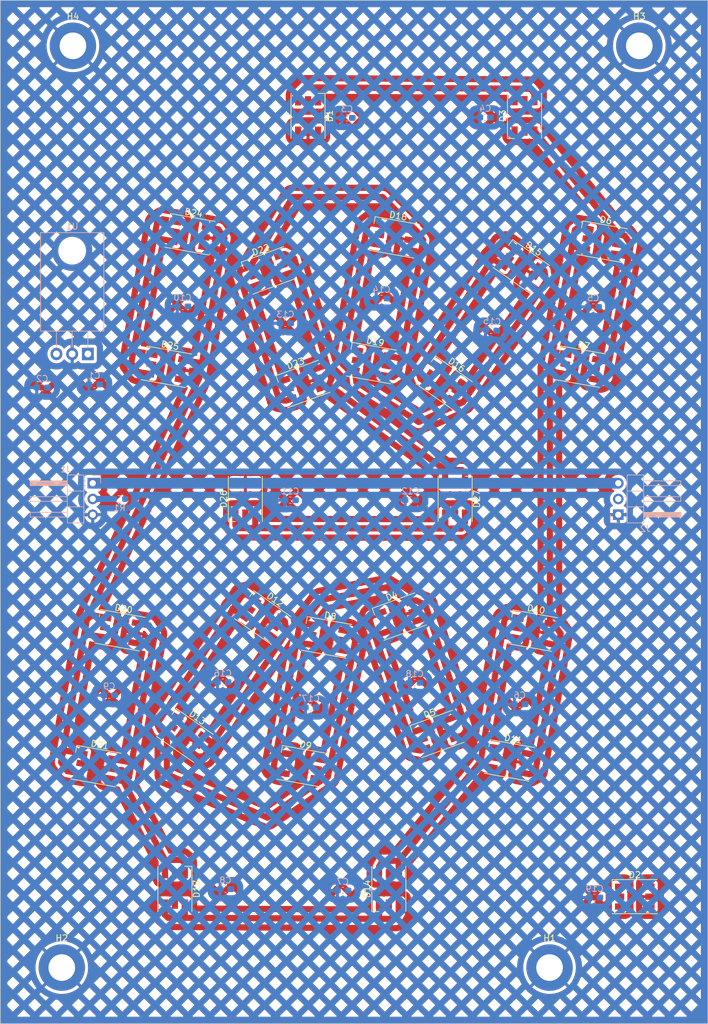
<source format=kicad_pcb>
(kicad_pcb (version 20221018) (generator pcbnew)
  (layers (0 "F.Cu" signal) (31 "B.Cu" signal) (34 "B.Paste" user) (35 "F.Paste" user) (36 "B.SilkS" user "B.Silkscreen") (37 "F.SilkS" user "F.Silkscreen") (38 "B.Mask" user) (39 "F.Mask" user) (44 "Edge.Cuts" user))
  (net 0 "")
  (net 1 "/V5_0")
  (net 2 "/GND")
  (net 3 "/VIN_12V")
  (net 4 "/A1-A2")
  (net 5 "/DATA_IN")
  (net 6 "/DATA_OUT")
  (net 7 "/M-DP")
  (net 8 "/A2-B")
  (net 9 "/L-M")
  (net 10 "/B-C")
  (net 11 "/K-L")
  (net 12 "/C-D2")
  (net 13 "/J-K")
  (net 14 "/D2-D1")
  (net 15 "/I-J")
  (net 16 "/D1-E")
  (net 17 "/H-I")
  (net 18 "/E-F")
  (net 19 "/G2-H")
  (net 20 "/F-G1")
  (net 21 "/G1-G2")
  (net 22 "Net-(J1-Pin_2)")
  (footprint "LED_SMD:LED_WS2812_PLCC6_5.0x5.0mm_P1.6mm" (layer "F.Cu") (at 69.534861 66.154845 -10)
    (fp_text reference "D24")
    (fp_text value "WS2813B")
  )
  (footprint "LED_SMD:LED_WS2812_PLCC6_5.0x5.0mm_P1.6mm" (layer "F.Cu") (at 103.375 127.830968 20)
    (fp_text reference "D4")
    (fp_text value "WS2813B")
  )
  (footprint "LED_SMD:LED_WS2812_PLCC6_5.0x5.0mm_P1.6mm" (layer "F.Cu") (at 88.628886 47.071 -90)
    (fp_text reference "D1")
    (fp_text value "WS2813B")
  )
  (footprint "LED_SMD:LED_WS2812_PLCC6_5.0x5.0mm_P1.6mm" (layer "F.Cu") (at 109.475 146.75991 20)
    (fp_text reference "D5")
    (fp_text value "WS2813B")
  )
  (footprint "MountingHole:MountingHole_4.3mm_M4_DIN965_Pad" (layer "F.Cu") (at 142.15 35.75)
    (fp_text reference "H3")
    (fp_text value "M4")
  )
  (footprint "LED_SMD:LED_WS2812_PLCC6_5.0x5.0mm_P1.6mm" (layer "F.Cu") (at 110.625 90.109158 -35)
    (fp_text reference "D16")
    (fp_text value "WS2813B")
  )
  (footprint "LED_SMD:LED_WS2812_PLCC6_5.0x5.0mm_P1.6mm" (layer "F.Cu") (at 82.203972 71.97928 20)
    (fp_text reference "D22")
    (fp_text value "WS2813B")
  )
  (footprint "LED_SMD:LED_WS2812_PLCC6_5.0x5.0mm_P1.6mm" (layer "F.Cu") (at 81.3 127.993265 -35)
    (fp_text reference "D12")
    (fp_text value "WS2813B")
  )
  (footprint "LED_SMD:LED_WS2812_PLCC6_5.0x5.0mm_P1.6mm" (layer "F.Cu") (at 136.139556 67.337261 -10)
    (fp_text reference "D6")
    (fp_text value "WS2813B")
  )
  (footprint "LED_SMD:LED_WS2812_PLCC6_5.0x5.0mm_P1.6mm" (layer "F.Cu") (at 101.687935 171.763 90)
    (fp_text reference "D14")
    (fp_text value "WS2813B")
  )
  (footprint "LED_SMD:LED_WS2812_PLCC6_5.0x5.0mm_P1.6mm" (layer "F.Cu") (at 124.873223 130.094625 -10)
    (fp_text reference "D10")
    (fp_text value "WS2813B")
  )
  (footprint "MountingHole:MountingHole_4.3mm_M4_DIN965_Pad" (layer "F.Cu") (at 48.85 184.45)
    (fp_text reference "H2")
    (fp_text value "M4")
  )
  (footprint "MountingHole:MountingHole_4.3mm_M4_DIN965_Pad" (layer "F.Cu") (at 50.65 35.75)
    (fp_text reference "H4")
    (fp_text value "M4")
  )
  (footprint "LED_SMD:LED_WS2812_PLCC6_5.0x5.0mm_P1.6mm" (layer "F.Cu") (at 65.734861 87.53591 -10)
    (fp_text reference "D25")
    (fp_text value "WS2813B")
  )
  (footprint "LED_SMD:LED_WS2812_PLCC6_5.0x5.0mm_P1.6mm" (layer "F.Cu") (at 87.625 151.975786 -10)
    (fp_text reference "D9")
    (fp_text value "WS2813B")
  )
  (footprint "LED_SMD:LED_WS2812_PLCC6_5.0x5.0mm_P1.6mm" (layer "F.Cu") (at 68.75 147 -35)
    (fp_text reference "D13")
    (fp_text value "WS2813B")
  )
  (footprint "LED_SMD:LED_WS2812_PLCC6_5.0x5.0mm_P1.6mm" (layer "F.Cu") (at 98.891429 86.933986 -10)
    (fp_text reference "D19")
    (fp_text value "WS2813B")
  )
  (footprint "LED_SMD:LED_WS2812_PLCC6_5.0x5.0mm_P1.6mm" (layer "F.Cu") (at 54.384861 151.944662 -10)
    (fp_text reference "D21")
    (fp_text value "WS2813B")
  )
  (footprint "LED_SMD:LED_WS2812_PLCC6_5.0x5.0mm_P1.6mm" (layer "F.Cu") (at 132.589556 87.515856 -10)
    (fp_text reference "D7")
    (fp_text value "WS2813B")
  )
  (footprint "LED_SMD:LED_WS2812_PLCC6_5.0x5.0mm_P1.6mm" (layer "F.Cu") (at 112.394121 108.844 -90)
    (fp_text reference "D27")
    (fp_text value "WS2813B")
  )
  (footprint "LED_SMD:LED_WS2812_PLCC6_5.0x5.0mm_P1.6mm" (layer "F.Cu") (at 123.59819 47.05 90)
    (fp_text reference "D3")
    (fp_text value "WS2813B")
  )
  (footprint "MountingHole:MountingHole_4.3mm_M4_DIN965_Pad" (layer "F.Cu") (at 127.65 184.45)
    (fp_text reference "H1")
    (fp_text value "M4")
  )
  (footprint "LED_SMD:LED_WS2812_PLCC6_5.0x5.0mm_P1.6mm" (layer "F.Cu") (at 78.503621 108.844 90)
    (fp_text reference "D26")
    (fp_text value "WS2813B")
  )
  (footprint "LED_SMD:LED_WS2812_PLCC6_5.0x5.0mm_P1.6mm" (layer "F.Cu") (at 121.173223 151.027038 -10)
    (fp_text reference "D11")
    (fp_text value "WS2813B")
  )
  (footprint "LED_SMD:LED_WS2812_PLCC6_5.0x5.0mm_P1.6mm" (layer "F.Cu") (at 87.820722 90.295146 20)
    (fp_text reference "D23")
    (fp_text value "WS2813B")
  )
  (footprint "LED_SMD:LED_WS2812_PLCC6_5.0x5.0mm_P1.6mm" (layer "F.Cu") (at 141.419 173.005)
    (fp_text reference "D2")
    (fp_text value "WS2813B")
  )
  (footprint "LED_SMD:LED_WS2812_PLCC6_5.0x5.0mm_P1.6mm" (layer "F.Cu") (at 67.123165 171.763 -90)
    (fp_text reference "D17")
    (fp_text value "WS2813B")
  )
  (footprint "LED_SMD:LED_WS2812_PLCC6_5.0x5.0mm_P1.6mm" (layer "F.Cu") (at 123.096922 71.348836 -35)
    (fp_text reference "D15")
    (fp_text value "WS2813B")
  )
  (footprint "LED_SMD:LED_WS2812_PLCC6_5.0x5.0mm_P1.6mm" (layer "F.Cu") (at 91.625 131.174021 -10)
    (fp_text reference "D8")
    (fp_text value "WS2813B")
  )
  (footprint "LED_SMD:LED_WS2812_PLCC6_5.0x5.0mm_P1.6mm" (layer "F.Cu") (at 58.234861 130.022508 -10)
    (fp_text reference "D20")
    (fp_text value "WS2813B")
  )
  (footprint "LED_SMD:LED_WS2812_PLCC6_5.0x5.0mm_P1.6mm" (layer "F.Cu") (at 102.591429 66.645871 -10)
    (fp_text reference "D18")
    (fp_text value "WS2813B")
  )
  (footprint "Package_TO_SOT_THT:TO-220-3_Horizontal_TabDown" (layer "B.Cu") (at 53.065 85.46 180)
    (fp_text reference "U1")
    (fp_text value "L78S05CV")
  )
  (footprint "Connector_PinHeader_2.54mm:PinHeader_1x03_P2.54mm_Horizontal" (layer "B.Cu") (at 138.75 111.390001)
    (fp_text reference "J2")
    (fp_text value "Output")
  )
  (footprint "Capacitor_SMD:C_0603_1608Metric_Pad1.08x0.95mm_HandSolder" (layer "B.Cu") (at 45.675 90.875 180)
    (fp_text reference "C2")
    (fp_text value "10uF")
  )
  (footprint "Capacitor_SMD:C_0603_1608Metric_Pad1.08x0.95mm_HandSolder" (layer "B.Cu") (at 117.25 47.3 180)
    (fp_text reference "C4")
    (fp_text value "1uF")
  )
  (footprint "Capacitor_SMD:C_0603_1608Metric_Pad1.08x0.95mm_HandSolder" (layer "B.Cu") (at 118.234218 81.625172 175)
    (fp_text reference "C15")
    (fp_text value "1uF")
  )
  (footprint "Resistor_SMD:R_0603_1608Metric_Pad0.98x0.95mm_HandSolder" (layer "B.Cu") (at 58.175 108.85)
    (fp_text reference "R1")
    (fp_text value "220Ω")
  )
  (footprint "Capacitor_SMD:C_0603_1608Metric_Pad1.08x0.95mm_HandSolder" (layer "B.Cu") (at 100.5 76.5 180)
    (fp_text reference "C14")
    (fp_text value "1uF")
  )
  (footprint "Capacitor_SMD:C_0603_1608Metric_Pad1.08x0.95mm_HandSolder" (layer "B.Cu") (at 105.8625 138.5 180)
    (fp_text reference "C18")
    (fp_text value "1uF")
  )
  (footprint "Capacitor_SMD:C_0603_1608Metric_Pad1.08x0.95mm_HandSolder" (layer "B.Cu") (at 122.8375 141.95 180)
    (fp_text reference "C6")
    (fp_text value "1uF")
  )
  (footprint "Capacitor_SMD:C_0603_1608Metric_Pad1.08x0.95mm_HandSolder" (layer "B.Cu") (at 85.75 109.05 180)
    (fp_text reference "C11")
    (fp_text value "1uF")
  )
  (footprint "Capacitor_SMD:C_0603_1608Metric_Pad1.08x0.95mm_HandSolder" (layer "B.Cu") (at 134.925 173.15 180)
    (fp_text reference "C19")
    (fp_text value "1uF")
  )
  (footprint "Capacitor_SMD:C_0603_1608Metric_Pad1.08x0.95mm_HandSolder" (layer "B.Cu") (at 68.3625 77.8 180)
    (fp_text reference "C10")
    (fp_text value "1uF")
  )
  (footprint "Capacitor_SMD:C_0603_1608Metric_Pad1.08x0.95mm_HandSolder" (layer "B.Cu") (at 105.175 109.025 180)
    (fp_text reference "C12")
    (fp_text value "1uF")
  )
  (footprint "Capacitor_SMD:C_0603_1608Metric_Pad1.08x0.95mm_HandSolder" (layer "B.Cu") (at 84.975 80.5 180)
    (fp_text reference "C13")
    (fp_text value "1uF")
  )
  (footprint "Capacitor_SMD:C_0603_1608Metric_Pad1.08x0.95mm_HandSolder" (layer "B.Cu") (at 74.8625 138.4 180)
    (fp_text reference "C16")
    (fp_text value "1uF")
  )
  (footprint "Capacitor_SMD:C_0603_1608Metric_Pad1.08x0.95mm_HandSolder" (layer "B.Cu") (at 134.7125 77.875 180)
    (fp_text reference "C5")
    (fp_text value "1uF")
  )
  (footprint "Capacitor_SMD:C_0603_1608Metric_Pad1.08x0.95mm_HandSolder" (layer "B.Cu") (at 94.2375 172.025 180)
    (fp_text reference "C7")
    (fp_text value "1uF")
  )
  (footprint "Connector_PinHeader_2.54mm:PinHeader_1x03_P2.54mm_Horizontal" (layer "B.Cu") (at 53.85 106.31 180)
    (fp_text reference "J1")
    (fp_text value "Input")
  )
  (footprint "Capacitor_SMD:C_0603_1608Metric_Pad1.08x0.95mm_HandSolder" (layer "B.Cu") (at 56.5125 140.5 180)
    (fp_text reference "C9")
    (fp_text value "1uF")
  )
  (footprint "Capacitor_SMD:C_0603_1608Metric_Pad1.08x0.95mm_HandSolder" (layer "B.Cu") (at 75.2875 171.8 180)
    (fp_text reference "C8")
    (fp_text value "1uF")
  )
  (footprint "Capacitor_SMD:C_0603_1608Metric_Pad1.08x0.95mm_HandSolder" (layer "B.Cu") (at 94.925 47.375 180)
    (fp_text reference "C3")
    (fp_text value "1uF")
  )
  (footprint "Capacitor_SMD:C_0603_1608Metric_Pad1.08x0.95mm_HandSolder" (layer "B.Cu") (at 89.0625 142.475 180)
    (fp_text reference "C17")
    (fp_text value "1uF")
  )
  (footprint "Capacitor_SMD:C_0603_1608Metric_Pad1.08x0.95mm_HandSolder" (layer "B.Cu") (at 54.1125 90.375 180)
    (fp_text reference "C1")
    (fp_text value "10uF")
  )
  (gr_rect (start 38.919 193.505) (end 153.219 28.405) (stroke (width 0.1)) (fill none) (layer "Edge.Cuts"))
  (segment (start 138.75 106.310001) (end 53.850001 106.310001) (width 1.75) (layer "B.Cu") (net 3))
  (segment (start 53.850001 106.310001) (end 53.85 106.31) (width 1.5) (layer "B.Cu") (net 3))
  (segment (start 122.017915 44.811197) (end 122.043933 42.857416) (width 1) (layer "F.Cu") (net 4))
  (segment (start 90.207096 44.664668) (end 90.242903 42.535318) (width 1) (layer "F.Cu") (net 4))
  (segment (start 87.042904 43.685328) (end 88.271906 42.456312) (width 1) (layer "F.Cu") (net 4))
  (segment (start 125.221376 43.500214) (end 125.2 44.85) (width 1) (layer "F.Cu") (net 4))
  (segment (start 88.271906 42.456312) (end 124.580122 42.674288) (width 1) (layer "F.Cu") (net 4))
  (segment (start 87.007095 44.664672) (end 87.042904 43.685328) (width 1) (layer "F.Cu") (net 4))
  (segment (start 124.580122 42.674288) (end 125.221376 43.500214) (width 1) (layer "F.Cu") (net 4))
  (segment (start 107.925 149.025) (end 106.746296 149.43505) (width 1) (layer "F.Cu") (net 7))
  (segment (start 101.575644 130.195927) (end 99.492826 130.950979) (width 1) (layer "F.Cu") (net 7))
  (segment (start 98.849375 127.771771) (end 100.700625 127.078229) (width 1) (layer "F.Cu") (net 7))
  (segment (start 105.674465 149.243003) (end 98.58556 128.414833) (width 1) (layer "F.Cu") (net 7))
  (segment (start 106.825 146.025) (end 104.825967 146.75) (width 1) (layer "F.Cu") (net 7))
  (segment (start 98.58556 128.414833) (end 98.849375 127.771771) (width 1) (layer "F.Cu") (net 7))
  (segment (start 106.775 149.425) (end 105.674465 149.243003) (width 1) (layer "F.Cu") (net 7))
  (segment (start 125.19819 49.5) (end 138.830172 66.187007) (width 1) (layer "F.Cu") (net 8))
  (segment (start 138.276371 69.322001) (end 140.367152 69.727025) (width 1) (layer "F.Cu") (net 8))
  (segment (start 140.78722 67.79969) (end 136.799734 89.236906) (width 1) (layer "F.Cu") (net 8))
  (segment (start 135.875 89.725) (end 134.549436 89.46956) (width 1) (layer "F.Cu") (net 8))
  (segment (start 138.832045 66.170617) (end 139.790294 66.375944) (width 1) (layer "F.Cu") (net 8))
  (segment (start 139.790294 66.375944) (end 140.78722 67.79969) (width 1) (layer "F.Cu") (net 8))
  (segment (start 135.140211 86.342552) (end 137.059788 86.707448) (width 1) (layer "F.Cu") (net 8))
  (segment (start 136.799734 89.236906) (end 135.875 89.725) (width 1) (layer "F.Cu") (net 8))
  (segment (start 107.586868 125.931114) (end 114.232489 146.048368) (width 1) (layer "F.Cu") (net 9))
  (segment (start 106.173566 128.504898) (end 108.186748 127.810268) (width 1) (layer "F.Cu") (net 9))
  (segment (start 87.25 129.3125) (end 87.8 128.8875) (width 1) (layer "F.Cu") (net 9))
  (segment (start 83.042459 152.258572) (end 87.25 129.3125) (width 1) (layer "F.Cu") (net 9))
  (segment (start 114.232489 146.048368) (end 113.675693 146.933436) (width 1) (layer "F.Cu") (net 9))
  (segment (start 85.130365 153.200692) (end 83.904552 152.966452) (width 1) (layer "F.Cu") (net 9))
  (segment (start 106.011632 125.196577) (end 107.586868 125.931114) (width 1) (layer "F.Cu") (net 9))
  (segment (start 87.8 128.8875) (end 89.75 129.2125) (width 1) (layer "F.Cu") (net 9))
  (segment (start 88.94894 132.350015) (end 86.76764 131.9625) (width 1) (layer "F.Cu") (net 9))
  (segment (start 101.325 123.1) (end 90.7 125.15) (width 1) (layer "F.Cu") (net 9))
  (segment (start 90.7 125.15) (end 87.8 128.8875) (width 1) (layer "F.Cu") (net 9))
  (segment (start 105.079099 125.497883) (end 106.011632 125.196577) (width 1) (layer "F.Cu") (net 9))
  (segment (start 83.904552 152.966452) (end 83.042459 152.258572) (width 1) (layer "F.Cu") (net 9))
  (segment (start 85.725 150.05) (end 83.559917 149.717144) (width 1) (layer "F.Cu") (net 9))
  (segment (start 113.675693 146.933436) (end 112.4 147.375) (width 1) (layer "F.Cu") (net 9))
  (segment (start 105.130015 125.48951) (end 101.325 123.1) (width 1) (layer "F.Cu") (net 9))
  (segment (start 111.348124 144.371546) (end 113.192975 143.727765) (width 1) (layer "F.Cu") (net 9))
  (segment (start 127.7 128.80821) (end 127.563839 128.944371) (width 1) (layer "F.Cu") (net 10))
  (segment (start 127.7 87.7) (end 131.75 65.45) (width 1) (layer "F.Cu") (net 10))
  (segment (start 129.43722 130.56219) (end 125.362516 152.764626) (width 1) (layer "F.Cu") (net 10))
  (segment (start 123.702993 149.870272) (end 125.62257 150.235168) (width 1) (layer "F.Cu") (net 10))
  (segment (start 125.362516 152.764626) (end 124.437782 153.25272) (width 1) (layer "F.Cu") (net 10))
  (segment (start 128.562093 88.40788) (end 127.7 87.7) (width 1) (layer "F.Cu") (net 10))
  (segment (start 130.382541 85.491428) (end 128.217458 85.158572) (width 1) (layer "F.Cu") (net 10))
  (segment (start 129.787906 88.64212) (end 128.562093 88.40788) (width 1) (layer "F.Cu") (net 10))
  (segment (start 132.3 65.025) (end 134.25 65.35) (width 1) (layer "F.Cu") (net 10))
  (segment (start 127.482045 128.933117) (end 128.440294 129.138444) (width 1) (layer "F.Cu") (net 10))
  (segment (start 128.440294 129.138444) (end 129.43722 130.56219) (width 1) (layer "F.Cu") (net 10))
  (segment (start 133.44894 68.487515) (end 131.26764 68.1) (width 1) (layer "F.Cu") (net 10))
  (segment (start 127.7 87.7) (end 127.7 128.80821) (width 1) (layer "F.Cu") (net 10))
  (segment (start 124.437782 153.25272) (end 123.112218 152.99728) (width 1) (layer "F.Cu") (net 10))
  (segment (start 131.75 65.45) (end 132.3 65.025) (width 1) (layer "F.Cu") (net 10))
  (segment (start 126.926371 132.084501) (end 129.017152 132.489525) (width 1) (layer "F.Cu") (net 10))
  (segment (start 91.825298 153.692346) (end 90.900564 154.18044) (width 1) (layer "F.Cu") (net 11))
  (segment (start 93.776371 133.184501) (end 95.867152 133.589525) (width 1) (layer "F.Cu") (net 11))
  (segment (start 64.240151 145.126536) (end 77.981944 124.368413) (width 1) (layer "F.Cu") (net 11))
  (segment (start 65.825355 153.275355) (end 82.075 160.25) (width 1) (layer "F.Cu") (net 11))
  (segment (start 90.165775 150.797992) (end 92.085352 151.162888) (width 1) (layer "F.Cu") (net 11))
  (segment (start 65.73428 146.862774) (end 64.722311 146.13243) (width 1) (layer "F.Cu") (net 11))
  (segment (start 94.332045 130.033117) (end 95.290294 130.238444) (width 1) (layer "F.Cu") (net 11))
  (segment (start 64.722311 146.13243) (end 64.240151 145.126536) (width 1) (layer "F.Cu") (net 11))
  (segment (start 90.900564 154.18044) (end 89.575 153.925) (width 1) (layer "F.Cu") (net 11))
  (segment (start 96.28722 131.66219) (end 91.825298 153.692346) (width 1) (layer "F.Cu") (net 11))
  (segment (start 77.981944 124.368413) (end 78.660025 124.215673) (width 1) (layer "F.Cu") (net 11))
  (segment (start 67.604742 144.25858) (end 65.783182 143.041907) (width 1) (layer "F.Cu") (net 11))
  (segment (start 82.075 160.25) (end 90.900564 154.18044) (width 1) (layer "F.Cu") (net 11))
  (segment (start 78.660025 124.215673) (end 80.289975 125.334327) (width 1) (layer "F.Cu") (net 11))
  (segment (start 65.825355 146.905381) (end 65.825355 153.275355) (width 1) (layer "F.Cu") (net 11))
  (segment (start 95.290294 130.238444) (end 96.28722 131.66219) (width 1) (layer "F.Cu") (net 11))
  (segment (start 78.237997 127.839339) (end 76.424838 126.566274) (width 1) (layer "F.Cu") (net 11))
  (segment (start 118.580365 152.200692) (end 117.354552 151.966452) (width 1) (layer "F.Cu") (net 12))
  (segment (start 120.4 128.2125) (end 120.95 127.7875) (width 1) (layer "F.Cu") (net 12))
  (segment (start 103.3 169.475) (end 103.25184 167.285009) (width 1) (layer "F.Cu") (net 12))
  (segment (start 122.09894 131.250015) (end 119.91764 130.8625) (width 1) (layer "F.Cu") (net 12))
  (segment (start 103.183559 167.216728) (end 103.25184 167.285009) (width 1) (layer "F.Cu") (net 12))
  (segment (start 120.95 127.7875) (end 122.9 128.1125) (width 1) (layer "F.Cu") (net 12))
  (segment (start 100.093917 169.436511) (end 100.111742 168.188647) (width 1) (layer "F.Cu") (net 12))
  (segment (start 103.25184 167.285009) (end 116.492459 151.258572) (width 1) (layer "F.Cu") (net 12))
  (segment (start 100.659168 167.216728) (end 103.183559 167.216728) (width 1) (layer "F.Cu") (net 12))
  (segment (start 117.354552 151.966452) (end 116.492459 151.258572) (width 1) (layer "F.Cu") (net 12))
  (segment (start 100.111742 168.188647) (end 100.659168 167.216728) (width 1) (layer "F.Cu") (net 12))
  (segment (start 116.492459 151.258572) (end 120.4 128.2125) (width 1) (layer "F.Cu") (net 12))
  (segment (start 119.175 149.05) (end 117.009917 148.717144) (width 1) (layer "F.Cu") (net 12))
  (segment (start 119.916969 67.809085) (end 120.595051 67.656345) (width 1) (layer "F.Cu") (net 13))
  (segment (start 82.260466 130.6358) (end 83.984186 131.886481) (width 1) (layer "F.Cu") (net 13))
  (segment (start 106.425957 88.353636) (end 119.916969 67.809085) (width 1) (layer "F.Cu") (net 13))
  (segment (start 70.793416 150.416714) (end 69.7 149.625) (width 1) (layer "F.Cu") (net 13))
  (segment (start 106.825 89.45) (end 106.425957 88.353636) (width 1) (layer "F.Cu") (net 13))
  (segment (start 120.595051 67.656345) (end 122.225 68.775) (width 1) (layer "F.Cu") (net 13))
  (segment (start 107.855985 90.190172) (end 106.844015 89.459827) (width 1) (layer "F.Cu") (net 13))
  (segment (start 84.877604 128.605578) (end 85.179423 130.317249) (width 1) (layer "F.Cu") (net 13))
  (segment (start 85.179423 130.317249) (end 71.837785 150.365161) (width 1) (layer "F.Cu") (net 13))
  (segment (start 109.691428 87.568886) (end 107.869868 86.352212) (width 1) (layer "F.Cu") (net 13))
  (segment (start 120.181646 71.265949) (end 118.331007 69.965907) (width 1) (layer "F.Cu") (net 13))
  (segment (start 71.837785 150.365161) (end 70.793416 150.416714) (width 1) (layer "F.Cu") (net 13))
  (segment (start 71.556955 147.040639) (end 73.142471 148.182596) (width 1) (layer "F.Cu") (net 13))
  (segment (start 84.09591 128.014515) (end 84.877604 128.605578) (width 1) (layer "F.Cu") (net 13))
  (segment (start 66.023326 176.406252) (end 65.509275 175.938408) (width 1) (layer "F.Cu") (net 14))
  (segment (start 103.301272 174.382767) (end 103.283453 175.63063) (width 1) (layer "F.Cu") (net 14))
  (segment (start 103.283453 175.63063) (end 102.736026 176.602549) (width 1) (layer "F.Cu") (net 14))
  (segment (start 68.719677 174.205661) (end 68.716829 176.421111) (width 1) (layer "F.Cu") (net 14))
  (segment (start 65.509275 175.938408) (end 65.490725 173.961592) (width 1) (layer "F.Cu") (net 14))
  (segment (start 100.095193 174.344277) (end 100.143357 176.534269) (width 1) (layer "F.Cu") (net 14))
  (segment (start 102.736026 176.602549) (end 66.023326 176.406252) (width 1) (layer "F.Cu") (net 14))
  (segment (start 96.425 89.975) (end 106.5 96.425) (width 1) (layer "F.Cu") (net 15))
  (segment (start 127.114449 73.757922) (end 113.669576 93.226698) (width 1) (layer "F.Cu") (net 15))
  (segment (start 106.5 96.425) (end 113.669576 93.226698) (width 1) (layer "F.Cu") (net 15))
  (segment (start 94.975 87.85) (end 94.15 87.025) (width 1) (layer "F.Cu") (net 15))
  (segment (start 124.195491 74.076474) (end 125.919212 75.327152) (width 1) (layer "F.Cu") (net 15))
  (segment (start 112.590213 93.417022) (end 111.496797 92.625308) (width 1) (layer "F.Cu") (net 15))
  (segment (start 98.2 64.775) (end 98.75 64.35) (width 1) (layer "F.Cu") (net 15))
  (segment (start 113.332242 90.004021) (end 114.917758 91.145978) (width 1) (layer "F.Cu") (net 15))
  (segment (start 126.81263 72.04625) (end 127.114449 73.757922) (width 1) (layer "F.Cu") (net 15))
  (segment (start 113.669576 93.226698) (end 112.590213 93.417022) (width 1) (layer "F.Cu") (net 15))
  (segment (start 96.200813 88.08424) (end 96.425 89.975) (width 1) (layer "F.Cu") (net 15))
  (segment (start 99.900813 67.796125) (end 97.674143 67.4) (width 1) (layer "F.Cu") (net 15))
  (segment (start 98.75 64.35) (end 100.7 64.675) (width 1) (layer "F.Cu") (net 15))
  (segment (start 96.756487 84.932856) (end 94.591404 84.6) (width 1) (layer "F.Cu") (net 15))
  (segment (start 94.15 87.025) (end 98.2 64.775) (width 1) (layer "F.Cu") (net 15))
  (segment (start 126.030933 71.455188) (end 126.81263 72.04625) (width 1) (layer "F.Cu") (net 15))
  (segment (start 96.200813 88.08424) (end 94.975 87.85) (width 1) (layer "F.Cu") (net 15))
  (segment (start 60.9 128.875) (end 62.890294 129.225944) (width 1) (layer "F.Cu") (net 16))
  (segment (start 56.91941 150.788965) (end 59.951622 151.323628) (width 1) (layer "F.Cu") (net 16))
  (segment (start 68.192401 167.080339) (end 65.513752 167.080339) (width 1) (layer "F.Cu") (net 16))
  (segment (start 58.801935 154.365556) (end 56.525 153.95) (width 1) (layer "F.Cu") (net 16))
  (segment (start 65.513752 167.080339) (end 65.498893 167.06548) (width 1) (layer "F.Cu") (net 16))
  (segment (start 63.88722 130.64969) (end 59.699734 153.736906) (width 1) (layer "F.Cu") (net 16))
  (segment (start 65.498893 167.06548) (end 58.801935 154.365556) (width 1) (layer "F.Cu") (net 16))
  (segment (start 68.70645 167.548184) (end 68.725 169.525) (width 1) (layer "F.Cu") (net 16))
  (segment (start 59.699734 153.736906) (end 58.801935 154.365556) (width 1) (layer "F.Cu") (net 16))
  (segment (start 62.890294 129.225944) (end 63.88722 130.64969) (width 1) (layer "F.Cu") (net 16))
  (segment (start 65.496048 169.280931) (end 65.498893 167.06548) (width 1) (layer "F.Cu") (net 16))
  (segment (start 60.344326 132.026387) (end 63.467152 132.577025) (width 1) (layer "F.Cu") (net 16))
  (segment (start 68.192401 167.080339) (end 68.70645 167.548184) (width 1) (layer "F.Cu") (net 16))
  (segment (start 83.95 92.825) (end 77.459937 72.561602) (width 1) (layer "F.Cu") (net 17))
  (segment (start 86.15 60.15) (end 100.68935 60.15) (width 1) (layer "F.Cu") (net 17))
  (segment (start 105.282045 65.495617) (end 106.240294 65.700944) (width 1) (layer "F.Cu") (net 17))
  (segment (start 100.68935 60.15) (end 106.240294 65.700944) (width 1) (layer "F.Cu") (net 17))
  (segment (start 101.582045 85.783732) (end 103.501622 86.148628) (width 1) (layer "F.Cu") (net 17))
  (segment (start 103.249734 88.561906) (end 102.351935 89.190556) (width 1) (layer "F.Cu") (net 17))
  (segment (start 86.25 92.575) (end 85.071296 92.98505) (width 1) (layer "F.Cu") (net 17))
  (segment (start 102.351935 89.190556) (end 101.026371 88.935116) (width 1) (layer "F.Cu") (net 17))
  (segment (start 77.72375 71.918541) (end 79.575 71.225) (width 1) (layer "F.Cu") (net 17))
  (segment (start 80.443446 74.327568) (end 78.317032 75.097847) (width 1) (layer "F.Cu") (net 17))
  (segment (start 77.459937 72.561602) (end 77.72375 71.918541) (width 1) (layer "F.Cu") (net 17))
  (segment (start 104.726371 68.647001) (end 106.817152 69.052025) (width 1) (layer "F.Cu") (net 17))
  (segment (start 84.75 92.975) (end 83.95 92.825) (width 1) (layer "F.Cu") (net 17))
  (segment (start 106.240294 65.700944) (end 107.23722 67.12469) (width 1) (layer "F.Cu") (net 17))
  (segment (start 85.2 89.525) (end 83.732176 90.05) (width 1) (layer "F.Cu") (net 17))
  (segment (start 107.23722 67.12469) (end 103.249734 88.561906) (width 1) (layer "F.Cu") (net 17))
  (segment (start 79.354493 71.313721) (end 86.15 60.15) (width 1) (layer "F.Cu") (net 17))
  (segment (start 55.705591 131.186035) (end 52.673376 130.651374) (width 1) (layer "F.Cu") (net 18))
  (segment (start 75.13722 66.77469) (end 71.049734 89.336906) (width 1) (layer "F.Cu") (net 18))
  (segment (start 52.280672 149.948615) (end 49.157846 149.397975) (width 1) (layer "F.Cu") (net 18))
  (segment (start 52.925262 128.238095) (end 53.823069 127.609443) (width 1) (layer "F.Cu") (net 18))
  (segment (start 51.725 153.1) (end 49.734701 152.749057) (width 1) (layer "F.Cu") (net 18))
  (segment (start 71.594326 68.151387) (end 74.717152 68.702025) (width 1) (layer "F.Cu") (net 18))
  (segment (start 53.823069 127.609443) (end 56.1 128.025) (width 1) (layer "F.Cu") (net 18))
  (segment (start 72.15 65) (end 74.140294 65.350944) (width 1) (layer "F.Cu") (net 18))
  (segment (start 70.151935 89.965556) (end 67.875 89.55) (width 1) (layer "F.Cu") (net 18))
  (segment (start 71.049734 89.336906) (end 70.151935 89.965556) (width 1) (layer "F.Cu") (net 18))
  (segment (start 52.925262 128.238095) (end 71.049734 89.336906) (width 1) (layer "F.Cu") (net 18))
  (segment (start 68.26941 86.388965) (end 71.301622 86.923628) (width 1) (layer "F.Cu") (net 18))
  (segment (start 48.737784 151.325312) (end 52.925262 128.238095) (width 1) (layer "F.Cu") (net 18))
  (segment (start 49.734701 152.749057) (end 48.737784 151.325312) (width 1) (layer "F.Cu") (net 18))
  (segment (start 74.140294 65.350944) (end 75.13722 66.77469) (width 1) (layer "F.Cu") (net 18))
  (segment (start 110.798022 104.193747) (end 91.955542 90.512634) (width 1) (layer "F.Cu") (net 19))
  (segment (start 85.053451 72.644839) (end 87.000114 71.938692) (width 1) (layer "F.Cu") (net 19))
  (segment (start 113.476677 104.193747) (end 110.798022 104.193747) (width 1) (layer "F.Cu") (net 19))
  (segment (start 89.575737 87.953688) (end 91.430237 87.303404) (width 1) (layer "F.Cu") (net 19))
  (segment (start 86.400235 70.059535) (end 92.418736 89.519308) (width 1) (layer "F.Cu") (net 19))
  (segment (start 113.990728 104.661592) (end 114.009272 106.638408) (width 1) (layer "F.Cu") (net 19))
  (segment (start 113.476677 104.193747) (end 113.990728 104.661592) (width 1) (layer "F.Cu") (net 19))
  (segment (start 92.418736 89.519308) (end 91.955542 90.512634) (width 1) (layer "F.Cu") (net 19))
  (segment (start 84.825 69.325) (end 86.400235 70.059535) (width 1) (layer "F.Cu") (net 19))
  (segment (start 91.955542 90.512634) (end 90.670201 90.960705) (width 1) (layer "F.Cu") (net 19))
  (segment (start 110.780322 106.394337) (end 110.783166 104.178891) (width 1) (layer "F.Cu") (net 19))
  (segment (start 83.958987 69.637822) (end 84.825 69.325) (width 1) (layer "F.Cu") (net 19))
  (segment (start 110.798022 104.193747) (end 110.783166 104.178891) (width 1) (layer "F.Cu") (net 19))
  (segment (start 60.075 86.925) (end 64.225262 64.363095) (width 1) (layer "F.Cu") (net 20))
  (segment (start 65.123069 63.734443) (end 67.4 64.15) (width 1) (layer "F.Cu") (net 20))
  (segment (start 61.079029 88.350442) (end 60.082112 86.926697) (width 1) (layer "F.Cu") (net 20))
  (segment (start 67.005591 67.311035) (end 63.973376 66.776374) (width 1) (layer "F.Cu") (net 20))
  (segment (start 64.225262 64.363095) (end 65.123069 63.734443) (width 1) (layer "F.Cu") (net 20))
  (segment (start 63.069328 88.701385) (end 61.079029 88.350442) (width 1) (layer "F.Cu") (net 20))
  (segment (start 63.625 85.55) (end 60.502174 84.99936) (width 1) (layer "F.Cu") (net 20))
  (segment (start 80.119677 111.355661) (end 80.116829 113.571111) (width 1) (layer "F.Cu") (net 21))
  (segment (start 110.787965 111.358187) (end 110.836129 113.548179) (width 1) (layer "F.Cu") (net 21))
  (segment (start 77.423326 113.556252) (end 76.909275 113.088408) (width 1) (layer "F.Cu") (net 21))
  (segment (start 113.976225 112.64454) (end 113.428798 113.616459) (width 1) (layer "F.Cu") (net 21))
  (segment (start 76.909275 113.088408) (end 76.890725 111.111592) (width 1) (layer "F.Cu") (net 21))
  (segment (start 113.425 113.625) (end 77.423326 113.556252) (width 1) (layer "F.Cu") (net 21))
  (segment (start 113.994044 111.396677) (end 113.976225 112.64454) (width 1) (layer "F.Cu") (net 21))
  (segment (start 53.85 108.85) (end 57.2625 108.85) (width 1) (layer "B.Cu") (net 22))
  (zone (net 2) (net_name "/GND") (layers "F&B.Cu") (name "GND") (connect_pads (clearance 0.5)) (min_thickness 0.25) (fill yes (mode hatch) (thermal_gap 0.5) (thermal_bridge_width 0.5) (hatch_thickness 1) (hatch_gap 1.5) (hatch_orientation 45) (hatch_border_algorithm hatch_thickness) (hatch_min_hole_area 0.3))
    (polygon (pts (xy 38.925 28.375) (xy 153.225 28.425) (xy 153.225 193.5) (xy 38.925 193.5)))
  )
)
</source>
